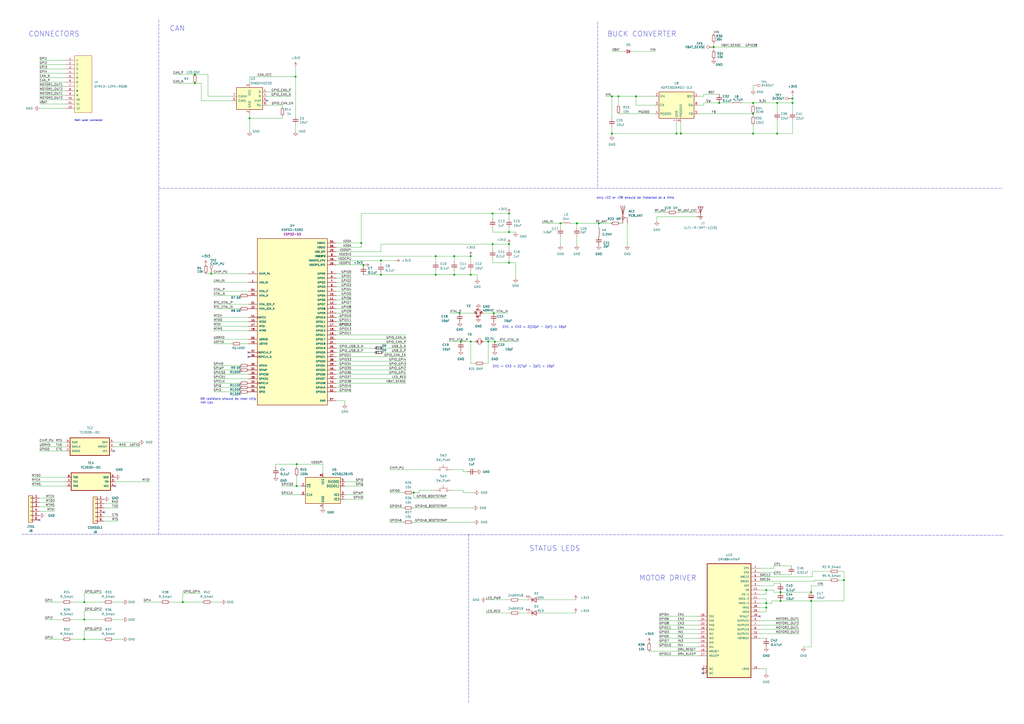
<source format=kicad_sch>
(kicad_sch (version 20211123) (generator eeschema)
  (paper "A2")
  (junction (at 436.88 59.69))
  (junction (at 452.755 343.535))
  (junction (at 470.535 348.615))
  (junction (at 171.45 44.45))
  (junction (at 267.335 198.12))
  (junction (at 144.78 68.58))
  (junction (at 354.965 77.47))
  (junction (at 459.74 57.15))
  (junction (at 444.5 349.885))
  (junction (at 444.5 342.265))
  (junction (at 122.555 158.75))
  (junction (at 113.03 48.26))
  (junction (at 444.5 352.425))
  (junction (at 286.385 181.61))
  (junction (at 252.73 148.59))
  (junction (at 450.85 59.69))
  (junction (at 285.75 123.825))
  (junction (at 273.05 159.385))
  (junction (at 436.88 77.47))
  (junction (at 263.525 148.59))
  (junction (at 459.74 59.69))
  (junction (at 252.73 159.385))
  (junction (at 263.525 159.385))
  (junction (at 354.965 55.88))
  (junction (at 368.935 55.88))
  (junction (at 489.585 336.55))
  (junction (at 287.02 198.12))
  (junction (at 452.755 348.615))
  (junction (at 334.645 129.54))
  (junction (at 295.275 134.62))
  (junction (at 295.275 152.4))
  (junction (at 266.7 181.61))
  (junction (at 220.98 151.13))
  (junction (at 358.775 55.88))
  (junction (at 172.085 269.24))
  (junction (at 347.345 129.54))
  (junction (at 394.97 77.47))
  (junction (at 285.75 141.605))
  (junction (at 209.55 140.97))
  (junction (at 210.82 153.67))
  (junction (at 273.05 148.59))
  (junction (at 48.895 349.25))
  (junction (at 48.895 359.41))
  (junction (at 436.88 66.04))
  (junction (at 48.895 370.84))
  (junction (at 220.98 159.385))
  (junction (at 106.045 349.25))
  (junction (at 113.03 43.18))
  (junction (at 295.275 141.605))
  (junction (at 283.21 198.12))
  (junction (at 172.085 281.94))
  (junction (at 392.43 77.47))
  (junction (at 470.535 343.535))
  (junction (at 417.195 59.69))
  (junction (at 325.12 129.54))
  (junction (at 273.05 198.12))
  (junction (at 295.275 123.825))
  (junction (at 240.03 285.75))
  (junction (at 450.85 77.47))
  (junction (at 414.02 27.305))
  (no_connect (at 144.145 207.01))
  (no_connect (at 60.325 297.18))
  (no_connect (at 22.86 301.625))
  (no_connect (at 154.94 58.42))
  (no_connect (at 66.04 261.62))
  (no_connect (at 407.67 390.525))
  (no_connect (at 440.69 357.505))
  (no_connect (at 66.675 281.94))
  (no_connect (at 144.145 204.47))
  (no_connect (at 407.67 387.985))
  (wire (pts (xy 48.895 354.33) (xy 48.895 359.41)))
  (wire (pts (xy 414.02 27.305) (xy 439.42 27.305)))
  (wire (pts (xy 22.86 60.325) (xy 38.1 60.325)))
  (wire (pts (xy 436.88 77.47) (xy 436.88 72.39)))
  (wire (pts (xy 22.86 261.62) (xy 38.1 261.62)))
  (wire (pts (xy 325.12 129.54) (xy 325.12 132.08)))
  (polyline (pts (xy 92.075 109.22) (xy 581.66 109.22)))
  (wire (pts (xy 172.085 269.24) (xy 187.325 269.24)))
  (wire (pts (xy 194.945 227.33) (xy 203.835 227.33)))
  (wire (pts (xy 194.945 153.67) (xy 210.82 153.67)))
  (wire (pts (xy 194.945 146.05) (xy 220.98 146.05)))
  (wire (pts (xy 440.69 332.105) (xy 448.945 332.105)))
  (wire (pts (xy 382.27 380.365) (xy 405.13 380.365)))
  (wire (pts (xy 113.03 43.18) (xy 120.65 43.18)))
  (wire (pts (xy 113.03 48.26) (xy 100.33 48.26)))
  (wire (pts (xy 459.74 59.69) (xy 459.74 64.77)))
  (wire (pts (xy 240.03 285.75) (xy 243.205 285.75)))
  (wire (pts (xy 18.415 279.4) (xy 38.735 279.4)))
  (wire (pts (xy 123.825 176.53) (xy 144.145 176.53)))
  (wire (pts (xy 382.27 372.745) (xy 405.13 372.745)))
  (wire (pts (xy 368.935 60.96) (xy 368.935 55.88)))
  (wire (pts (xy 268.605 284.48) (xy 268.605 285.75)))
  (wire (pts (xy 139.7 199.39) (xy 144.145 199.39)))
  (wire (pts (xy 440.69 387.985) (xy 444.5 387.985)))
  (wire (pts (xy 86.995 279.4) (xy 66.675 279.4)))
  (wire (pts (xy 144.78 44.45) (xy 144.78 48.26)))
  (wire (pts (xy 220.98 151.13) (xy 220.98 153.035)))
  (polyline (pts (xy 271.78 309.88) (xy 271.78 407.67)))
  (wire (pts (xy 381 125.73) (xy 403.86 125.73)))
  (wire (pts (xy 220.98 158.115) (xy 220.98 159.385)))
  (wire (pts (xy 436.88 77.47) (xy 450.85 77.47)))
  (wire (pts (xy 200.025 279.4) (xy 210.82 279.4)))
  (wire (pts (xy 123.825 163.83) (xy 144.145 163.83)))
  (wire (pts (xy 300.99 347.98) (xy 306.07 347.98)))
  (wire (pts (xy 209.55 123.825) (xy 285.75 123.825)))
  (wire (pts (xy 408.305 55.88) (xy 408.305 54.61)))
  (polyline (pts (xy 12.7 309.88) (xy 582.295 310.515)))
  (wire (pts (xy 22.86 294.005) (xy 31.75 294.005)))
  (wire (pts (xy 200.025 234.315) (xy 200.025 232.41)))
  (wire (pts (xy 394.97 77.47) (xy 436.88 77.47)))
  (wire (pts (xy 358.775 55.88) (xy 358.775 60.96)))
  (wire (pts (xy 392.43 71.12) (xy 392.43 77.47)))
  (wire (pts (xy 240.03 288.925) (xy 240.03 285.75)))
  (wire (pts (xy 60.325 294.64) (xy 68.58 294.64)))
  (wire (pts (xy 38.1 55.245) (xy 22.86 55.245)))
  (polyline (pts (xy 346.71 12.7) (xy 346.71 109.22)))
  (wire (pts (xy 123.825 186.69) (xy 144.145 186.69)))
  (wire (pts (xy 65.405 370.84) (xy 71.12 370.84)))
  (wire (pts (xy 60.325 299.72) (xy 68.58 299.72)))
  (wire (pts (xy 351.155 55.88) (xy 354.965 55.88)))
  (wire (pts (xy 123.825 179.07) (xy 139.065 179.07)))
  (wire (pts (xy 285.75 141.605) (xy 285.75 144.78)))
  (wire (pts (xy 160.02 269.24) (xy 172.085 269.24)))
  (wire (pts (xy 160.02 271.145) (xy 160.02 269.24)))
  (wire (pts (xy 314.325 129.54) (xy 325.12 129.54)))
  (wire (pts (xy 210.82 153.67) (xy 211.455 153.67)))
  (wire (pts (xy 210.82 153.67) (xy 210.82 154.305)))
  (wire (pts (xy 295.275 152.4) (xy 285.75 152.4)))
  (wire (pts (xy 440.69 337.185) (xy 472.44 337.185)))
  (wire (pts (xy 448.945 342.265) (xy 448.945 343.535)))
  (wire (pts (xy 313.69 347.98) (xy 334.01 347.98)))
  (wire (pts (xy 334.645 137.16) (xy 334.645 142.24)))
  (wire (pts (xy 38.1 40.005) (xy 22.86 40.005)))
  (wire (pts (xy 300.99 355.6) (xy 306.07 355.6)))
  (wire (pts (xy 38.1 52.705) (xy 22.86 52.705)))
  (wire (pts (xy 273.05 159.385) (xy 273.05 156.845)))
  (wire (pts (xy 295.275 134.62) (xy 295.275 132.08)))
  (wire (pts (xy 22.86 62.865) (xy 38.1 62.865)))
  (wire (pts (xy 194.945 158.75) (xy 203.835 158.75)))
  (wire (pts (xy 194.945 217.17) (xy 235.585 217.17)))
  (wire (pts (xy 123.825 168.91) (xy 144.145 168.91)))
  (wire (pts (xy 38.1 37.465) (xy 22.86 37.465)))
  (wire (pts (xy 59.055 354.33) (xy 48.895 354.33)))
  (wire (pts (xy 194.945 161.29) (xy 203.835 161.29)))
  (wire (pts (xy 194.945 143.51) (xy 209.55 143.51)))
  (wire (pts (xy 459.74 55.245) (xy 459.74 57.15)))
  (wire (pts (xy 220.98 141.605) (xy 285.75 141.605)))
  (wire (pts (xy 489.585 331.47) (xy 486.41 331.47)))
  (wire (pts (xy 295.275 141.605) (xy 295.275 144.78)))
  (wire (pts (xy 226.06 285.75) (xy 234.315 285.75)))
  (wire (pts (xy 65.405 359.41) (xy 71.12 359.41)))
  (wire (pts (xy 287.02 198.12) (xy 283.21 198.12)))
  (wire (pts (xy 120.65 55.88) (xy 134.62 55.88)))
  (wire (pts (xy 38.1 47.625) (xy 22.86 47.625)))
  (wire (pts (xy 450.85 69.85) (xy 450.85 77.47)))
  (wire (pts (xy 448.945 343.535) (xy 452.755 343.535)))
  (wire (pts (xy 408.305 59.69) (xy 417.195 59.69)))
  (wire (pts (xy 275.59 210.82) (xy 273.05 210.82)))
  (wire (pts (xy 123.825 171.45) (xy 139.065 171.45)))
  (wire (pts (xy 354.965 73.66) (xy 354.965 77.47)))
  (wire (pts (xy 354.965 29.845) (xy 361.95 29.845)))
  (wire (pts (xy 448.945 328.295) (xy 459.105 328.295)))
  (wire (pts (xy 106.045 349.25) (xy 117.475 349.25)))
  (wire (pts (xy 440.69 344.805) (xy 444.5 344.805)))
  (wire (pts (xy 382.27 357.505) (xy 405.13 357.505)))
  (wire (pts (xy 116.205 344.17) (xy 106.045 344.17)))
  (wire (pts (xy 334.01 355.6) (xy 313.69 355.6)))
  (wire (pts (xy 440.69 349.885) (xy 444.5 349.885)))
  (wire (pts (xy 382.27 360.045) (xy 405.13 360.045)))
  (wire (pts (xy 280.67 210.82) (xy 283.21 210.82)))
  (wire (pts (xy 123.825 196.85) (xy 144.145 196.85)))
  (wire (pts (xy 286.385 181.61) (xy 280.035 181.61)))
  (wire (pts (xy 489.585 348.615) (xy 489.585 336.55)))
  (wire (pts (xy 368.935 60.96) (xy 379.73 60.96)))
  (wire (pts (xy 440.69 334.645) (xy 471.17 334.645)))
  (wire (pts (xy 168.91 55.88) (xy 154.94 55.88)))
  (wire (pts (xy 358.775 55.88) (xy 368.935 55.88)))
  (wire (pts (xy 452.755 348.615) (xy 470.535 348.615)))
  (wire (pts (xy 382.27 370.205) (xy 405.13 370.205)))
  (wire (pts (xy 38.1 45.085) (xy 22.86 45.085)))
  (wire (pts (xy 123.825 222.25) (xy 139.065 222.25)))
  (wire (pts (xy 436.88 66.04) (xy 436.88 67.31)))
  (wire (pts (xy 83.185 349.25) (xy 93.345 349.25)))
  (wire (pts (xy 194.945 212.09) (xy 235.585 212.09)))
  (wire (pts (xy 194.945 186.69) (xy 203.835 186.69)))
  (wire (pts (xy 60.325 302.26) (xy 68.58 302.26)))
  (wire (pts (xy 194.945 219.71) (xy 235.585 219.71)))
  (wire (pts (xy 163.83 62.23) (xy 163.83 60.96)))
  (wire (pts (xy 447.675 348.615) (xy 447.675 349.885)))
  (wire (pts (xy 172.085 269.24) (xy 172.085 271.145)))
  (wire (pts (xy 59.055 365.76) (xy 48.895 365.76)))
  (wire (pts (xy 171.45 38.735) (xy 171.45 44.45)))
  (wire (pts (xy 276.86 161.925) (xy 276.86 159.385)))
  (wire (pts (xy 26.035 349.25) (xy 36.195 349.25)))
  (wire (pts (xy 222.25 204.47) (xy 235.585 204.47)))
  (wire (pts (xy 194.945 214.63) (xy 235.585 214.63)))
  (wire (pts (xy 48.895 359.41) (xy 60.325 359.41)))
  (wire (pts (xy 285.75 141.605) (xy 295.275 141.605)))
  (wire (pts (xy 120.65 43.18) (xy 120.65 55.88)))
  (wire (pts (xy 381 128.27) (xy 381 125.73)))
  (wire (pts (xy 194.945 166.37) (xy 203.835 166.37)))
  (wire (pts (xy 210.82 159.385) (xy 220.98 159.385)))
  (wire (pts (xy 144.78 68.58) (xy 163.83 68.58)))
  (wire (pts (xy 123.825 224.79) (xy 139.065 224.79)))
  (wire (pts (xy 163.195 281.94) (xy 172.085 281.94)))
  (wire (pts (xy 429.895 59.69) (xy 436.88 59.69)))
  (wire (pts (xy 447.675 348.615) (xy 452.755 348.615)))
  (wire (pts (xy 263.525 148.59) (xy 263.525 151.765)))
  (wire (pts (xy 440.69 367.665) (xy 463.55 367.665)))
  (wire (pts (xy 168.91 53.34) (xy 154.94 53.34)))
  (wire (pts (xy 283.21 198.12) (xy 280.67 198.12)))
  (wire (pts (xy 444.5 354.965) (xy 444.5 352.425)))
  (wire (pts (xy 382.27 367.665) (xy 405.13 367.665)))
  (wire (pts (xy 471.17 331.47) (xy 481.33 331.47)))
  (wire (pts (xy 98.425 349.25) (xy 106.045 349.25)))
  (wire (pts (xy 382.27 375.285) (xy 405.13 375.285)))
  (wire (pts (xy 440.69 352.425) (xy 444.5 352.425)))
  (wire (pts (xy 260.985 181.61) (xy 266.7 181.61)))
  (wire (pts (xy 22.86 288.925) (xy 31.75 288.925)))
  (wire (pts (xy 163.83 60.96) (xy 154.94 60.96)))
  (wire (pts (xy 22.86 296.545) (xy 31.75 296.545)))
  (wire (pts (xy 354.965 78.74) (xy 354.965 77.47)))
  (wire (pts (xy 41.275 349.25) (xy 48.895 349.25)))
  (wire (pts (xy 334.645 132.08) (xy 334.645 129.54)))
  (wire (pts (xy 194.945 140.97) (xy 209.55 140.97)))
  (wire (pts (xy 273.05 210.82) (xy 273.05 198.12)))
  (wire (pts (xy 194.945 207.01) (xy 235.585 207.01)))
  (wire (pts (xy 448.945 338.455) (xy 452.755 338.455)))
  (wire (pts (xy 440.69 365.125) (xy 463.55 365.125)))
  (wire (pts (xy 18.415 281.94) (xy 38.735 281.94)))
  (wire (pts (xy 194.945 191.77) (xy 203.835 191.77)))
  (wire (pts (xy 194.945 173.99) (xy 203.835 173.99)))
  (polyline (pts (xy 92.075 11.43) (xy 92.075 309.88)))
  (wire (pts (xy 194.945 194.31) (xy 235.585 194.31)))
  (wire (pts (xy 220.98 141.605) (xy 220.98 146.05)))
  (wire (pts (xy 285.75 123.825) (xy 295.275 123.825)))
  (wire (pts (xy 187.325 269.24) (xy 187.325 274.32)))
  (wire (pts (xy 379.73 123.19) (xy 387.35 123.19)))
  (wire (pts (xy 394.97 71.12) (xy 394.97 77.47)))
  (wire (pts (xy 450.85 59.69) (xy 459.74 59.69)))
  (wire (pts (xy 48.895 370.84) (xy 60.325 370.84)))
  (wire (pts (xy 268.605 273.685) (xy 268.605 272.415)))
  (wire (pts (xy 448.945 332.105) (xy 448.945 333.375)))
  (wire (pts (xy 260.35 198.12) (xy 267.335 198.12)))
  (wire (pts (xy 194.945 179.07) (xy 203.835 179.07)))
  (wire (pts (xy 262.255 272.415) (xy 268.605 272.415)))
  (wire (pts (xy 123.825 184.15) (xy 144.145 184.15)))
  (wire (pts (xy 359.41 129.54) (xy 361.315 129.54)))
  (wire (pts (xy 163.195 287.02) (xy 174.625 287.02)))
  (wire (pts (xy 200.025 287.02) (xy 210.82 287.02)))
  (wire (pts (xy 22.86 256.54) (xy 38.1 256.54)))
  (wire (pts (xy 459.74 57.15) (xy 459.74 59.69)))
  (wire (pts (xy 405.13 60.96) (xy 408.305 60.96)))
  (wire (pts (xy 448.945 333.375) (xy 459.105 333.375)))
  (wire (pts (xy 299.085 134.62) (xy 295.275 134.62)))
  (wire (pts (xy 194.945 148.59) (xy 252.73 148.59)))
  (wire (pts (xy 194.945 201.93) (xy 217.17 201.93)))
  (wire (pts (xy 209.55 123.825) (xy 209.55 140.97)))
  (wire (pts (xy 444.5 390.525) (xy 444.5 387.985)))
  (wire (pts (xy 41.275 370.84) (xy 48.895 370.84)))
  (wire (pts (xy 452.755 343.535) (xy 470.535 343.535)))
  (wire (pts (xy 119.38 158.75) (xy 122.555 158.75)))
  (wire (pts (xy 239.395 302.895) (xy 274.955 302.895)))
  (wire (pts (xy 354.965 55.88) (xy 358.775 55.88)))
  (wire (pts (xy 220.98 151.13) (xy 229.235 151.13)))
  (wire (pts (xy 367.03 29.845) (xy 380.365 29.845)))
  (wire (pts (xy 194.945 204.47) (xy 217.17 204.47)))
  (wire (pts (xy 295.275 123.825) (xy 295.275 127)))
  (wire (pts (xy 194.945 189.23) (xy 203.835 189.23)))
  (wire (pts (xy 171.45 44.45) (xy 144.78 44.45)))
  (wire (pts (xy 414.02 29.21) (xy 414.02 27.305)))
  (wire (pts (xy 240.03 288.925) (xy 259.08 288.925)))
  (wire (pts (xy 347.345 129.54) (xy 334.645 129.54)))
  (wire (pts (xy 459.74 69.85) (xy 459.74 77.47)))
  (wire (pts (xy 41.275 359.41) (xy 48.895 359.41)))
  (wire (pts (xy 48.895 344.17) (xy 48.895 349.25)))
  (wire (pts (xy 66.04 259.08) (xy 81.28 259.08)))
  (wire (pts (xy 26.035 359.41) (xy 36.195 359.41)))
  (wire (pts (xy 144.78 68.58) (xy 144.78 76.2)))
  (wire (pts (xy 486.41 336.55) (xy 489.585 336.55)))
  (wire (pts (xy 295.275 134.62) (xy 285.75 134.62)))
  (wire (pts (xy 440.69 362.585) (xy 463.55 362.585)))
  (wire (pts (xy 405.13 66.04) (xy 436.88 66.04)))
  (wire (pts (xy 106.045 344.17) (xy 106.045 349.25)))
  (wire (pts (xy 440.69 329.565) (xy 448.945 329.565)))
  (wire (pts (xy 22.86 57.785) (xy 38.1 57.785)))
  (wire (pts (xy 295.275 152.4) (xy 295.275 149.86)))
  (wire (pts (xy 444.5 349.885) (xy 444.5 352.425)))
  (wire (pts (xy 470.535 339.725) (xy 470.535 343.535)))
  (wire (pts (xy 325.12 137.16) (xy 325.12 142.24)))
  (wire (pts (xy 285.75 132.08) (xy 285.75 134.62)))
  (wire (pts (xy 472.44 337.185) (xy 472.44 336.55)))
  (wire (pts (xy 194.945 168.91) (xy 203.835 168.91)))
  (wire (pts (xy 239.395 294.64) (xy 274.32 294.64)))
  (wire (pts (xy 273.05 159.385) (xy 263.525 159.385)))
  (wire (pts (xy 444.5 344.805) (xy 444.5 342.265)))
  (wire (pts (xy 59.055 344.17) (xy 48.895 344.17)))
  (wire (pts (xy 299.085 152.4) (xy 295.275 152.4)))
  (wire (pts (xy 368.935 55.88) (xy 379.73 55.88)))
  (wire (pts (xy 252.73 148.59) (xy 263.525 148.59)))
  (wire (pts (xy 444.5 342.265) (xy 448.945 342.265)))
  (wire (pts (xy 448.945 329.565) (xy 448.945 328.295)))
  (wire (pts (xy 144.78 66.04) (xy 144.78 68.58)))
  (wire (pts (xy 123.825 214.63) (xy 139.065 214.63)))
  (wire (pts (xy 116.84 58.42) (xy 134.62 58.42)))
  (wire (pts (xy 123.825 199.39) (xy 134.62 199.39)))
  (wire (pts (xy 471.17 334.645) (xy 471.17 331.47)))
  (wire (pts (xy 263.525 148.59) (xy 273.05 148.59)))
  (wire (pts (xy 100.33 43.18) (xy 113.03 43.18)))
  (wire (pts (xy 200.025 232.41) (xy 194.945 232.41)))
  (wire (pts (xy 123.825 189.23) (xy 144.145 189.23)))
  (wire (pts (xy 417.195 59.69) (xy 424.815 59.69)))
  (wire (pts (xy 354.965 55.88) (xy 354.965 68.58)))
  (wire (pts (xy 283.21 210.82) (xy 283.21 198.12)))
  (wire (pts (xy 470.535 375.285) (xy 466.09 375.285)))
  (wire (pts (xy 163.83 68.58) (xy 163.83 67.31)))
  (wire (pts (xy 172.085 276.225) (xy 172.085 281.94)))
  (wire (pts (xy 436.88 59.69) (xy 450.85 59.69)))
  (wire (pts (xy 405.13 55.88) (xy 408.305 55.88)))
  (wire (pts (xy 60.325 292.1) (xy 68.58 292.1)))
  (wire (pts (xy 354.965 77.47) (xy 392.43 77.47)))
  (wire (pts (xy 285.75 123.825) (xy 285.75 127)))
  (wire (pts (xy 171.45 72.39) (xy 171.45 76.2)))
  (wire (pts (xy 123.825 217.17) (xy 144.145 217.17)))
  (wire (pts (xy 116.84 48.26) (xy 113.03 48.26)))
  (wire (pts (xy 440.69 360.045) (xy 463.55 360.045)))
  (wire (pts (xy 194.945 184.15) (xy 203.835 184.15)))
  (wire (pts (xy 392.43 77.47) (xy 394.97 77.47)))
  (wire (pts (xy 122.555 158.75) (xy 144.145 158.75)))
  (wire (pts (xy 489.585 336.55) (xy 489.585 331.47)))
  (wire (pts (xy 252.73 148.59) (xy 252.73 151.765)))
  (wire (pts (xy 273.05 198.12) (xy 275.59 198.12)))
  (wire (pts (xy 123.825 212.09) (xy 139.065 212.09)))
  (wire (pts (xy 222.25 201.93) (xy 235.585 201.93)))
  (wire (pts (xy 22.86 259.08) (xy 38.1 259.08)))
  (wire (pts (xy 172.085 281.94) (xy 174.625 281.94)))
  (wire (pts (xy 226.06 302.895) (xy 234.315 302.895)))
  (wire (pts (xy 194.945 199.39) (xy 235.585 199.39)))
  (wire (pts (xy 122.555 158.115) (xy 122.555 158.75)))
  (wire (pts (xy 194.945 151.13) (xy 220.98 151.13)))
  (wire (pts (xy 408.305 54.61) (xy 417.195 54.61)))
  (wire (pts (xy 38.1 34.925) (xy 22.86 34.925)))
  (wire (pts (xy 209.55 143.51) (xy 209.55 140.97)))
  (wire (pts (xy 382.27 362.585) (xy 405.13 362.585)))
  (wire (pts (xy 285.75 149.86) (xy 285.75 152.4)))
  (wire (pts (xy 376.555 377.825) (xy 405.13 377.825)))
  (wire (pts (xy 123.825 227.33) (xy 139.065 227.33)))
  (wire (pts (xy 440.69 339.725) (xy 448.945 339.725)))
  (wire (pts (xy 194.945 163.83) (xy 203.835 163.83)))
  (wire (pts (xy 66.04 256.54) (xy 80.645 256.54)))
  (wire (pts (xy 263.525 156.845) (xy 263.525 159.385)))
  (wire (pts (xy 239.395 285.75) (xy 240.03 285.75)))
  (wire (pts (xy 200.025 281.94) (xy 210.82 281.94)))
  (wire (pts (xy 48.895 349.25) (xy 60.325 349.25)))
  (wire (pts (xy 448.945 339.725) (xy 448.945 338.455)))
  (wire (pts (xy 123.825 219.71) (xy 144.145 219.71)))
  (wire (pts (xy 122.555 349.25) (xy 128.27 349.25)))
  (wire (pts (xy 171.45 67.31) (xy 171.45 44.45)))
  (wire (pts (xy 243.205 284.48) (xy 252.095 284.48)))
  (wire (pts (xy 194.945 209.55) (xy 235.585 209.55)))
  (wire (pts (xy 334.645 129.54) (xy 330.835 129.54)))
  (wire (pts (xy 325.12 129.54) (xy 325.755 129.54)))
  (wire (pts (xy 470.535 348.615) (xy 489.585 348.615)))
  (wire (pts (xy 444.5 347.345) (xy 444.5 349.885)))
  (wire (pts (xy 48.895 365.76) (xy 48.895 370.84)))
  (wire (pts (xy 123.825 191.77) (xy 144.145 191.77)))
  (wire (pts (xy 226.06 272.415) (xy 252.095 272.415)))
  (wire (pts (xy 267.335 198.12) (xy 273.05 198.12)))
  (wire (pts (xy 194.945 224.79) (xy 203.835 224.79)))
  (wire (pts (xy 38.1 50.165) (xy 22.86 50.165)))
  (wire (pts (xy 286.385 181.61) (xy 294.64 181.61)))
  (wire (pts (xy 299.085 161.29) (xy 299.085 152.4)))
  (wire (pts (xy 347.345 129.54) (xy 354.33 129.54)))
  (wire (pts (xy 268.605 285.75) (xy 274.955 285.75)))
  (wire (pts (xy 262.255 284.48) (xy 268.605 284.48)))
  (wire (pts (xy 281.94 355.6) (xy 295.91 355.6)))
  (wire (pts (xy 440.69 342.265) (xy 444.5 342.265)))
  (wire (pts (xy 358.775 66.04) (xy 379.73 66.04)))
  (wire (pts (xy 220.98 159.385) (xy 252.73 159.385)))
  (wire (pts (xy 243.205 285.75) (xy 243.205 284.48)))
  (wire (pts (xy 403.86 123.19) (xy 392.43 123.19)))
  (wire (pts (xy 470.535 348.615) (xy 470.535 375.285)))
  (wire (pts (xy 440.69 370.205) (xy 444.5 370.205)))
  (wire (pts (xy 252.73 156.845) (xy 252.73 159.385)))
  (wire (pts (xy 287.02 198.12) (xy 300.99 198.12)))
  (wire (pts (xy 194.945 171.45) (xy 203.835 171.45)))
  (wire (pts (xy 200.025 289.56) (xy 210.82 289.56)))
  (wire (pts (xy 271.145 273.685) (xy 268.605 273.685)))
  (wire (pts (xy 194.945 181.61) (xy 203.835 181.61)))
  (wire (pts (xy 450.85 59.69) (xy 450.85 64.77)))
  (wire (pts (xy 116.84 58.42) (xy 116.84 48.26)))
  (wire (pts (xy 194.945 196.85) (xy 235.585 196.85)))
  (wire (pts (xy 363.855 129.54) (xy 363.855 142.24)))
  (wire (pts (xy 65.405 349.25) (xy 71.12 349.25)))
  (wire (pts (xy 263.525 159.385) (xy 252.73 159.385)))
  (wire (pts (xy 273.05 148.59) (xy 273.05 151.765)))
  (wire (pts (xy 22.86 291.465) (xy 31.75 291.465)))
  (wire (pts (xy 18.415 276.86) (xy 38.735 276.86)))
  (wire (pts (xy 226.06 294.64) (xy 234.315 294.64)))
  (wire (pts (xy 26.035 370.84) (xy 36.195 370.84)))
  (wire (pts (xy 194.945 222.25) (xy 235.585 222.25)))
  (wire (pts (xy 276.86 159.385) (xy 273.05 159.385)))
  (wire (pts (xy 266.7 181.61) (xy 274.955 181.61)))
  (wire (pts (xy 414.02 27.305) (xy 414.02 24.765)))
  (wire (pts (xy 408.305 60.96) (xy 408.305 59.69)))
  (wire (pts (xy 436.88 49.53) (xy 436.88 52.07)))
  (wire (pts (xy 459.74 77.47) (xy 450.85 77.47)))
  (wire (pts (xy 194.945 176.53) (xy 203.835 176.53)))
  (wire (pts (xy 440.69 347.345) (xy 444.5 347.345)))
  (wire (pts (xy 281.94 347.98) (xy 295.91 347.98)))
  (wire (pts (xy 440.69 354.965) (xy 444.5 354.965)))
  (wire (pts (xy 436.88 59.69) (xy 436.88 60.96)))
  (wire (pts (xy 38.1 42.545) (xy 22.86 42.545)))
  (wire (pts (xy 444.5 349.885) (xy 447.675 349.885)))
  (wire (pts (xy 477.52 339.725) (xy 470.535 339.725)))
  (wire (pts (xy 382.27 365.125) (xy 405.13 365.125)))
  (wire (pts (xy 347.345 132.08) (xy 347.345 129.54)))
  (wire (pts (xy 472.44 336.55) (xy 481.33 336.55)))
  (text "CX1 = CX2 = 2(7pF - 2pF) = 10pF" (at 285.75 213.36 0) (effects (font (size 1.27 1.27)) (justify left bottom)))
  (text "CAN" (at 107.315 18.415 180) (effects (font (size 3 3)) (justify right bottom)))
  (text "only r22 or r28 should be installed at a time" (at 346.075 115.57 0) (effects (font (size 1.27 1.27)) (justify left bottom)))
  (text "Main outer connector" (at 43.18 70.485 0) (effects (font (size 1 1)) (justify left bottom)))
  (text "0R resistors should be near chip\nnot cpu" (at 116.205 234.315 0) (effects (font (size 1.27 1.27)) (justify left bottom)))
  (text "CONNECTORS" (at 16.51 21.59 0) (effects (font (size 3 3)) (justify left bottom)))
  (text "STATUS LEDS" (at 336.55 320.04 180) (effects (font (size 3 3)) (justify right bottom)))
  (text "BUCK CONVERTER" (at 392.43 21.59 180) (effects (font (size 3 3)) (justify right bottom)))
  (text "MOTOR DRIVER" (at 370.84 337.185 0) (effects (font (size 3 3)) (justify left bottom)))
  (text "CX1 = CX2 = 2(10pF - 2pF) = 16pF" (at 291.465 190.5 0) (effects (font (size 1.27 1.27)) (justify left bottom)))
  (label "GPIO12" (at 203.835 189.23 180))
  (label "GPIO35" (at 203.835 214.63 180))
  (label "GPIO_GPI2" (at 59.055 354.33 180))
  (label "GPI3" (at 22.86 40.005 0))
  (label "CHIP_PU" (at 22.86 256.54 0))
  (label "GPIO10" (at 203.835 184.15 180))
  (label "GPIO_USB_D_P" (at 196.85 204.47 0))
  (label "GPIO12" (at 382.27 380.365 0))
  (label "U0RXD" (at 123.825 196.85 0))
  (label "GPIO34" (at 203.835 212.09 180))
  (label "RTC_XTAL_N" (at 123.825 179.07 0))
  (label "GPIO7" (at 382.27 372.745 0))
  (label "MTCK" (at 31.75 288.925 180))
  (label "MOTOR2_OUT2" (at 22.86 57.785 0))
  (label "DRV_SLEEP" (at 393.065 380.365 0))
  (label "CP1" (at 448.945 328.295 0))
  (label "GPIO11" (at 203.835 186.69 180))
  (label "CHIP_PU" (at 226.06 272.415 0))
  (label "GPIO37" (at 203.835 219.71 180))
  (label "GPIO_CAN_P" (at 168.91 53.34 180))
  (label "GPIO33" (at 203.835 209.55 180))
  (label "VIN" (at 380.365 29.845 180))
  (label "TXD" (at 68.58 294.64 180))
  (label "SPICS0" (at 123.825 217.17 0))
  (label "MOTOR2_OUT1" (at 463.55 365.125 180))
  (label "LED_RED" (at 281.94 355.6 0))
  (label "MTCK" (at 123.825 184.15 0))
  (label "TXD" (at 32.385 259.08 0))
  (label "GPIO_GPI3" (at 235.585 212.09 180))
  (label "GPIO3" (at 203.835 166.37 180))
  (label "GPIO6" (at 382.27 360.045 0))
  (label "MTDO" (at 31.75 291.465 180))
  (label "GPIO_CAN_P" (at 235.585 199.39 180))
  (label "GPIO38" (at 439.42 27.305 180))
  (label "GPIO38" (at 203.835 222.25 180))
  (label "BST" (at 410.845 54.61 0))
  (label "GPIO5" (at 382.27 370.205 0))
  (label "RTS" (at 68.58 302.26 180))
  (label "SPIQ" (at 210.82 281.94 180))
  (label "SPID" (at 123.825 227.33 0))
  (label "SPICS0" (at 163.195 281.94 0))
  (label "VDDA" (at 203.835 143.51 180))
  (label "GPIO_CAN_EN" (at 235.585 207.01 180))
  (label "MTCK" (at 18.415 279.4 0))
  (label "SPID" (at 210.82 279.4 180))
  (label "GPIO0" (at 22.86 261.62 0))
  (label "RTC_XTAL_N" (at 300.99 198.12 180))
  (label "IN3" (at 393.065 372.745 0))
  (label "GPIO45_BOOTSTRAP" (at 240.665 294.64 0))
  (label "3.3V" (at 444.5 59.69 180))
  (label "GPIO_USB_D_N" (at 196.85 201.93 0))
  (label "DRV_RESET" (at 393.065 377.825 0))
  (label "MTDO" (at 123.825 186.69 0))
  (label "CHIP_PU" (at 123.825 158.75 0))
  (label "GPIO_CAN_N" (at 168.91 55.88 180))
  (label "GPIO36" (at 203.835 217.17 180))
  (label "GPIO0_BOOTSTRAP" (at 259.08 288.925 180))
  (label "IN4" (at 393.065 375.285 0))
  (label "LED_PWR" (at 281.94 347.98 0))
  (label "CAN_N" (at 100.33 48.26 0))
  (label "GPIO_CAN_N" (at 235.585 196.85 180))
  (label "XTAL_P" (at 260.985 181.61 0))
  (label "CAN_VCC" (at 149.225 44.45 0))
  (label "MTDI" (at 31.75 296.545 180))
  (label "LNA_IN" (at 123.825 163.83 0))
  (label "EN1" (at 393.065 357.505 0))
  (label "CP2" (at 448.945 333.375 0))
  (label "GPIO_CAN_EN" (at 157.48 60.96 0))
  (label "EN3" (at 393.065 362.585 0))
  (label "GPI2" (at 22.86 37.465 0))
  (label "MOTOR2_OUT2" (at 463.55 367.665 180))
  (label "MOTOR2_OUT1" (at 22.86 55.245 0))
  (label "GPIO45" (at 203.835 224.79 180))
  (label "IN1" (at 393.065 367.665 0))
  (label "MOTOR1_OUT1" (at 22.86 50.165 0))
  (label "RF_ANT_EXT" (at 393.065 123.19 0))
  (label "VDD3V3" (at 203.835 148.59 180))
  (label "SW" (at 409.575 59.69 0))
  (label "GPIO_GPI4" (at 235.585 209.55 180))
  (label "U0TXD" (at 81.28 259.08 180))
  (label "GPI2" (at 26.035 359.41 0))
  (label "SRC34" (at 440.69 337.185 0))
  (label "GPIO5" (at 203.835 171.45 180))
  (label "MTDO" (at 18.415 276.86 0))
  (label "SPICLK" (at 163.195 287.02 0))
  (label "GPIO46" (at 226.06 302.895 0))
  (label "GPIO21" (at 203.835 207.01 180))
  (label "GPIO8" (at 382.27 362.585 0))
  (label "GPIO4" (at 203.835 168.91 180))
  (label "XTAL_N" (at 123.825 171.45 0))
  (label "RF_ANT" (at 352.425 129.54 180))
  (label "GPIO12" (at 203.835 189.23 180))
  (label "GPIO46_BOOTSTRAP" (at 240.665 302.895 0))
  (label "RTC_XTAL_P" (at 123.825 176.53 0))
  (label "MTMS" (at 18.415 281.94 0))
  (label "VBAT_SENSE" (at 429.895 27.305 180))
  (label "GPIO7" (at 203.835 176.53 180))
  (label "GPIO_GPI1" (at 235.585 217.17 180))
  (label "GPIO13" (at 203.835 191.77 180))
  (label "GPIO46" (at 203.835 227.33 180))
  (label "GPIO2" (at 203.835 163.83 180))
  (label "GPIO3" (at 382.27 367.665 0))
  (label "GPIO_GPI1" (at 59.055 344.17 180))
  (label "RXD" (at 73.025 259.08 180))
  (label "USB_D_P" (at 235.585 204.47 180))
  (label "GPIO10" (at 382.27 375.285 0))
  (label "GPIO9" (at 203.835 181.61 180))
  (label "RTS" (at 32.385 256.54 0))
  (label "VBAT" (at 22.86 60.325 0))
  (label "VDDRTC" (at 203.835 153.67 180))
  (label "IN2" (at 393.065 370.205 0))
  (label "SPIHD" (at 210.82 289.56 180))
  (label "SPIHD" (at 123.825 212.09 0))
  (label "MTDI" (at 123.825 189.23 0))
  (label "CTS" (at 68.58 299.72 180))
  (label "SRC12" (at 440.69 334.645 0))
  (label "GPIO14" (at 203.835 194.31 180))
  (label "EN4" (at 393.065 365.125 0))
  (label "XTAL_P" (at 123.825 168.91 0))
  (label "VBAT_SENSE" (at 235.585 222.25 180))
  (label "GPIO8" (at 203.835 179.07 180))
  (label "GPIO_GPI2" (at 235.585 214.63 180))
  (label "SPICLK" (at 123.825 222.25 0))
  (label "XTAL_N" (at 294.64 181.61 180))
  (label "U0RXD" (at 22.86 259.08 0))
  (label "VBAT" (at 354.965 29.845 0))
  (label "CTS" (at 32.385 261.62 0))
  (label "SPIWP" (at 123.825 214.63 0))
  (label "SPICS1" (at 123.825 219.71 0))
  (label "CAN_P" (at 100.33 43.18 0))
  (label "USB_D_N" (at 235.585 201.93 180))
  (label "MOTOR1_OUT1" (at 463.55 360.045 180))
  (label "SPIQ" (at 123.825 224.79 0))
  (label "GPI4" (at 83.185 349.25 0))
  (label "CAN_N" (at 22.86 45.085 0))
  (label "PGOOD" (at 370.205 66.04 0))
  (label "MTDI" (at 86.995 279.4 180))
  (label "CAN_P" (at 22.86 47.625 0))
  (label "GPIO4" (at 382.27 357.505 0))
  (label "VDDCPU" (at 203.835 151.13 180))
  (label "RF_ANT" (at 379.73 123.19 0))
  (label "VIN" (at 414.02 19.685 0))
  (label "GPIO0" (at 226.06 285.75 0))
  (label "VDDA" (at 203.835 140.97 180))
  (label "GPIO1" (at 203.835 161.29 180))
  (label "GPI4" (at 22.86 42.545 0))
  (label "VDDSPI" (at 203.835 146.05 180))
  (label "VDDSPI" (at 187.325 269.24 180))
  (label "FB" (at 412.75 66.04 0))
  (label "LNA_IN" (at 314.325 129.54 0))
  (label "GPIO11" (at 382.27 365.125 0))
  (label "RTC_XTAL_P" (at 260.35 198.12 0))
  (label "GPI1" (at 22.86 34.925 0))
  (label "MTMS" (at 31.75 294.005 180))
  (label "MOTOR1_OUT2" (at 22.86 52.705 0))
  (label "EN2" (at 393.065 360.045 0))
  (label "SPIWP" (at 210.82 287.02 180))
  (label "GPIO45" (at 226.06 294.64 0))
  (label "GPIO_GPI4" (at 116.205 344.17 180))
  (label "VIN" (at 351.155 55.88 0))
  (label "U0TXD" (at 123.825 199.39 0))
  (label "VIN" (at 477.52 339.725 180))
  (label "LED_RED" (at 235.585 219.71 180))
  (label "MTMS" (at 123.825 191.77 0))
  (label "GPI3" (at 26.035 370.84 0))
  (label "GPIO_GPI3" (at 59.055 365.76 180))
  (label "GPIO0" (at 203.835 158.75 180))
  (label "RXD" (at 68.58 292.1 180))
  (label "GPI1" (at 26.035 349.25 0))
  (label "MOTOR1_OUT2" (at 463.55 362.585 180))
  (label "GPIO6" (at 203.835 173.99 180))
  (symbol (lib_id "Device:R_Small") (at 356.87 129.54 270) (unit 1)
    (property "Reference" "R22" (at 354.33 127 90))
    (property "Value" "0R" (at 358.775 127 90))
    (property "Footprint" "Resistor_SMD:R_0402_1005Metric" (effects hide))
  )
  (symbol (lib_id "power:+3V3") (at 334.01 347.98 0) (unit 1)
    (property "Reference" "#PWR034" (effects hide))
    (property "Value" "+3V3" (at 336.55 346.7099 0) (effects (justify left)))
  )
  (symbol (lib_id "Device:R_Small") (at 376.555 375.285 0) (mirror y) (unit 1)
    (property "Reference" "R39" (at 374.015 374.015 0) (effects (justify left)))
    (property "Value" "10k" (at 374.015 376.555 0) (effects (justify left)))
    (property "Footprint" "Resistor_SMD:R_0402_1005Metric" (effects hide))
    (property "MPN" "RMCF0402JT10K0" (effects hide))
    (property "Description" "RES 10K OHM 5% 1/16W 0402" (effects hide))
  )
  (symbol (lib_id "power:GND") (at 466.09 375.285 0) (unit 1)
    (property "Reference" "#PWR070" (effects hide))
    (property "Value" "GND" (at 466.09 380.365 0))
  )
  (symbol (lib_id "Device:R_Small") (at 236.855 302.895 90) (unit 1)
    (property "Reference" "R27" (at 236.855 297.18 90))
    (property "Value" "10k" (at 236.855 299.72 90))
    (property "Footprint" "Resistor_SMD:R_0402_1005Metric" (effects hide))
    (property "Description" "RES 10K OHM 5% 1/16W 0402" (effects hide))
    (property "MPN" "RMCF0402JT10K0" (effects hide))
  )
  (symbol (lib_id "power:GND") (at 274.955 285.75 90) (unit 1)
    (property "Reference" "#PWR053" (effects hide))
    (property "Value" "GND" (at 278.765 285.7499 90) (effects (justify right)))
  )
  (symbol (lib_id "power:GND") (at 414.02 34.29 0) (unit 1)
    (property "Reference" "#PWR050" (effects hide))
    (property "Value" "GND" (at 417.195 37.465 0))
  )
  (symbol (lib_id "power:+3V3") (at 119.38 153.67 0) (unit 1)
    (property "Reference" "#PWR010" (effects hide))
    (property "Value" "+3V3" (at 119.38 148.59 0))
  )
  (symbol (lib_id "Device:C_Small") (at 452.755 340.995 0) (unit 1)
    (property "Reference" "C43" (at 455.93 339.7312 0) (effects (justify left)))
    (property "Value" "0.1uF" (at 455.93 342.2712 0) (effects (justify left)))
    (property "Footprint" "Capacitor_SMD:C_0805_2012Metric" (effects hide))
    (property "MPN" "LMK212SD104KG-T" (effects hide))
    (property "Description" "CAP CER 0.1UF 10V 0805" (effects hide))
  )
  (symbol (lib_id "Switch:SW_Push") (at 257.175 284.48 0) (unit 1)
    (property "Reference" "SW3" (at 257.175 276.225 0))
    (property "Value" "SW_Push" (at 257.175 278.765 0))
    (property "Footprint" "ConeCodes:SW_RS-032G05A3-SMRT" (effects hide))
    (property "Description" "Tactile Switches SPST 0.05A 12V 250gf " (effects hide))
    (property "MPN" "RS032G05A3SMRT " (effects hide))
  )
  (symbol (lib_id "Device:R_Small") (at 141.605 224.79 90) (unit 1)
    (property "Reference" "R12" (at 135.255 226.06 90))
    (property "Value" "0R" (at 138.43 226.06 90))
    (property "Footprint" "Resistor_SMD:R_0402_1005Metric" (effects hide))
  )
  (symbol (lib_id "power:GND") (at 299.085 161.29 0) (unit 1)
    (property "Reference" "#PWR030" (effects hide))
    (property "Value" "GND" (at 299.085 165.735 0))
  )
  (symbol (lib_id "power:+3V3") (at 376.555 372.745 0) (mirror y) (unit 1)
    (property "Reference" "#PWR061" (effects hide))
    (property "Value" "+3V3" (at 376.555 367.665 0))
  )
  (symbol (lib_id "Device:C_Small") (at 285.75 129.54 0) (unit 1)
    (property "Reference" "C13" (at 288.925 128.2762 0) (effects (justify left)))
    (property "Value" "1uF" (at 288.925 130.8162 0) (effects (justify left)))
    (property "Footprint" "Capacitor_SMD:C_0402_1005Metric" (effects hide))
    (property "Description" "CAP CER 1UF 4V X7T 0402" (effects hide))
    (property "MPN" "CGA2B1X7T0G105M050BC" (effects hide))
  )
  (symbol (lib_id "Device:R_Small") (at 141.605 212.09 90) (unit 1)
    (property "Reference" "R9" (at 135.255 213.36 90))
    (property "Value" "0R" (at 138.43 213.36 90))
    (property "Footprint" "Resistor_SMD:R_0402_1005Metric" (effects hide))
  )
  (symbol (lib_id "Device:R_Small") (at 141.605 179.07 90) (unit 1)
    (property "Reference" "R8" (at 135.255 180.34 90))
    (property "Value" "0R" (at 138.43 180.34 90))
    (property "Footprint" "Resistor_SMD:R_0402_1005Metric" (effects hide))
  )
  (symbol (lib_id "power:+3V3") (at 295.275 123.825 0) (unit 1)
    (property "Reference" "#PWR0120" (effects hide))
    (property "Value" "+3V3" (at 291.465 121.285 0))
  )
  (symbol (lib_id "Device:C_Small") (at 220.98 155.575 0) (unit 1)
    (property "Reference" "C8" (at 223.52 154.3112 0) (effects (justify left)))
    (property "Value" "0.1uF" (at 223.52 156.8512 0) (effects (justify left)))
    (property "Footprint" "Capacitor_SMD:C_0402_1005Metric" (effects hide))
    (property "Description" "CAP CER 0.1UF 25V X7R" (effects hide))
    (property "MPN" "C0805C104M3RAC7800" (effects hide))
  )
  (symbol (lib_id "Device:R_Small") (at 141.605 214.63 90) (unit 1)
    (property "Reference" "R10" (at 135.255 215.9 90))
    (property "Value" "0R" (at 138.43 215.9 90))
    (property "Footprint" "Resistor_SMD:R_0402_1005Metric" (effects hide))
  )
  (symbol (lib_id "Device:C_Small") (at 287.02 200.66 0) (mirror y) (unit 1)
    (property "Reference" "C23" (at 292.735 200.0312 0) (effects (justify left)))
    (property "Value" "10pF" (at 297.815 202.5712 0) (effects (justify left)))
    (property "Footprint" "Capacitor_SMD:C_0402_1005Metric" (effects hide))
    (property "Description" "CAP CER 10PF 50V NP0 0402" (effects hide))
    (property "MPN" "C1005NP01H100D050BA" (effects hide))
  )
  (symbol (lib_id "Connector:TestPoint") (at 459.74 57.15 90) (unit 1)
    (property "Reference" "TP7" (at 451.485 55.245 90))
    (property "Value" "3V3OUT" (at 451.485 57.15 90))
    (property "Footprint" "TestPoint:TestPoint_Pad_D1.0mm" (effects hide))
  )
  (symbol (lib_id "Device:R_Small") (at 219.71 204.47 90) (unit 1)
    (property "Reference" "R17" (at 219.71 204.47 90))
    (property "Value" "0R" (at 222.885 203.2 90))
    (property "Footprint" "Resistor_SMD:R_0402_1005Metric" (effects hide))
  )
  (symbol (lib_id "power:GND") (at 274.32 294.64 90) (unit 1)
    (property "Reference" "#PWR052" (effects hide))
    (property "Value" "GND" (at 278.13 294.6399 90) (effects (justify right)))
  )
  (symbol (lib_id "Device:R_Small") (at 236.855 285.75 90) (unit 1)
    (property "Reference" "R25" (at 236.855 280.035 90))
    (property "Value" "10k" (at 236.855 282.575 90))
    (property "Footprint" "Resistor_SMD:R_0402_1005Metric" (effects hide))
    (property "Description" "RES 10K OHM 5% 1/16W 0402" (effects hide))
    (property "MPN" "RMCF0402JT10K0" (effects hide))
  )
  (symbol (lib_id "Device:C_Small") (at 417.195 57.15 0) (unit 1)
    (property "Reference" "C32" (at 419.1 55.8862 0) (effects (justify left)))
    (property "Value" "0.1uF" (at 419.1 58.4262 0) (effects (justify left)))
    (property "Footprint" "Capacitor_SMD:C_0805_2012Metric" (effects hide))
    (property "MPN" "LMK212SD104KG-T" (effects hide))
    (property "Description" "CAP CER 0.1UF 10V 0805" (effects hide))
  )
  (symbol (lib_id "Device:R_Small") (at 38.735 349.25 90) (unit 1)
    (property "Reference" "R24" (at 38.735 343.535 90))
    (property "Value" "R_Small" (at 38.735 346.075 90))
    (property "Footprint" "Resistor_SMD:R_0805_2012Metric" (effects hide))
  )
  (symbol (lib_id "Device:LED") (at 309.88 347.98 0) (mirror x) (unit 1)
    (property "Reference" "D2" (at 312.42 344.17 0) (effects (justify right)))
    (property "Value" "GRN" (at 315.595 346.71 0) (effects (justify right)))
    (property "Footprint" "LED_SMD:LED_0603_1608Metric" (effects hide))
    (property "MPN" "QBLP601-2IR4" (effects hide))
    (property "Description" "LED GREEN CLEAR 0603 SMD" (effects hide))
  )
  (symbol (lib_id "power:GND") (at 347.345 142.24 0) (unit 1)
    (property "Reference" "#PWR038" (effects hide))
    (property "Value" "GND" (at 347.345 147.32 0))
  )
  (symbol (lib_id "power:GND") (at 267.335 203.2 0) (unit 1)
    (property "Reference" "#PWR033" (effects hide))
    (property "Value" "GND" (at 267.335 208.28 0))
  )
  (symbol (lib_id "power:GND") (at 71.12 359.41 90) (unit 1)
    (property "Reference" "#PWR0105" (effects hide))
    (property "Value" "GND" (at 74.295 359.4099 90) (effects (justify right)))
  )
  (symbol (lib_id "Device:R_Small") (at 219.71 201.93 90) (unit 1)
    (property "Reference" "R16" (at 219.71 201.93 90))
    (property "Value" "0R" (at 222.885 200.66 90))
    (property "Footprint" "Resistor_SMD:R_0402_1005Metric" (effects hide))
  )
  (symbol (lib_id "Device:R_Small") (at 137.16 199.39 90) (unit 1)
    (property "Reference" "R6" (at 135.89 201.93 90))
    (property "Value" "499R" (at 139.7 201.93 90))
    (property "Footprint" "Resistor_SMD:R_0402_1005Metric" (effects hide))
    (property "Description" "RES 499 OHM 1% 1/16W 0402" (effects hide))
    (property "MPN" "RMCF0402FT499R" (effects hide))
  )
  (symbol (lib_id "Device:LED") (at 309.88 355.6 0) (mirror x) (unit 1)
    (property "Reference" "D3" (at 312.42 351.79 0) (effects (justify right)))
    (property "Value" "RED" (at 315.595 354.33 0) (effects (justify right)))
    (property "Footprint" "LED_SMD:LED_0603_1608Metric" (effects hide))
    (property "MPN" "QBLP601-R35" (effects hide))
    (property "Description" "LED RED CLEAR 0603 SMD" (effects hide))
  )
  (symbol (lib_id "power:GND") (at 444.5 390.525 0) (unit 1)
    (property "Reference" "#PWR065" (effects hide))
    (property "Value" "GND" (at 444.5 395.605 0))
  )
  (symbol (lib_id "Device:R_Small") (at 483.87 336.55 270) (unit 1)
    (property "Reference" "R5" (at 476.885 334.01 90) (effects (justify left)))
    (property "Value" "R_Small" (at 480.06 334.01 90) (effects (justify left)))
    (property "Footprint" "Resistor_SMD:R_0805_2012Metric" (effects hide))
  )
  (symbol (lib_id "Connector_Generic:Conn_01x06") (at 17.78 294.005 0) (mirror y) (unit 1) (in_bom no)
    (property "Reference" "J8" (at 17.78 307.975 0))
    (property "Value" "JTAG" (at 17.78 305.435 0))
    (property "Footprint" "Connector_PinHeader_1.27mm:PinHeader_1x06_P1.27mm_Vertical" (effects hide))
  )
  (symbol (lib_id "power:GND") (at 436.88 52.07 0) (unit 1)
    (property "Reference" "#PWR051" (effects hide))
    (property "Value" "GND" (at 438.785 53.3399 0) (effects (justify left)))
  )
  (symbol (lib_id "Device:Antenna_Shield") (at 361.315 124.46 0) (unit 1) (in_bom no)
    (property "Reference" "AE2" (at 364.49 122.5549 0) (effects (justify left)))
    (property "Value" "PCB_ANT" (at 364.49 125.0949 0) (effects (justify left)))
    (property "Footprint" "RF_Antenna:Texas_SWRA117D_2.4GHz_Right" (effects hide))
  )
  (symbol (lib_id "Device:C_Small") (at 459.74 67.31 0) (unit 1)
    (property "Reference" "C41" (at 461.645 66.0462 0) (effects (justify left)))
    (property "Value" "22uF" (at 461.645 68.5862 0) (effects (justify left)))
    (property "Footprint" "Capacitor_SMD:C_0805_2012Metric" (effects hide))
    (property "MPN" "CL21A226MOQNNNE" (effects hide))
    (property "Description" "CAP CER 22UF 16V X5R 0805" (effects hide))
  )
  (symbol (lib_id "Device:C_Small") (at 450.85 67.31 0) (unit 1)
    (property "Reference" "C39" (at 452.755 66.0462 0) (effects (justify left)))
    (property "Value" "22uF" (at 452.755 68.5862 0) (effects (justify left)))
    (property "Footprint" "Capacitor_SMD:C_0805_2012Metric" (effects hide))
    (property "MPN" "CL21A226MOQNNNE" (effects hide))
    (property "Description" "CAP CER 22UF 16V X5R 0805" (effects hide))
  )
  (symbol (lib_id "power:+3V3") (at 171.45 38.735 0) (mirror y) (unit 1)
    (property "Reference" "#PWR018" (effects hide))
    (property "Value" "+3V3" (at 171.45 33.655 0))
  )
  (symbol (lib_id "power:GND") (at 334.645 142.24 0) (unit 1)
    (property "Reference" "#PWR035" (effects hide))
    (property "Value" "GND" (at 334.645 147.32 0))
  )
  (symbol (lib_id "power:+3V3") (at 334.01 355.6 0) (unit 1)
    (property "Reference" "#PWR0128" (effects hide))
    (property "Value" "+3V3" (at 336.55 354.3299 0) (effects (justify left)))
  )
  (symbol (lib_id "power:GND") (at 128.27 349.25 90) (unit 1)
    (property "Reference" "#PWR0106" (effects hide))
    (property "Value" "GND" (at 131.445 349.2499 90) (effects (justify right)))
  )
  (symbol (lib_id "power:GND") (at 71.12 349.25 90) (unit 1)
    (property "Reference" "#PWR0104" (effects hide))
    (property "Value" "GND" (at 74.295 349.2499 90) (effects (justify right)))
  )
  (symbol (lib_id "Connector:TestPoint") (at 436.88 49.53 270) (unit 1)
    (property "Reference" "TP4" (at 443.23 47.625 90))
    (property "Value" "3V3OUT" (at 445.135 49.53 90))
    (property "Footprint" "TestPoint:TestPoint_Pad_D1.0mm" (effects hide))
  )
  (symbol (lib_id "Device:L_Small") (at 347.345 134.62 0) (unit 1)
    (property "Reference" "L4" (at 349.25 133.3499 0) (effects (justify left)))
    (property "Value" "2.2nH" (at 349.25 135.8899 0) (effects (justify left)))
    (property "Footprint" "Inductor_SMD:L_0402_1005Metric" (effects hide))
    (property "Description" "FIXED IND 2.2NH 300MA 160MOHM SM" (effects hide))
    (property "MPN" "L-07C2N2SV6T" (effects hide))
  )
  (symbol (lib_id "Device:R_Small") (at 38.735 370.84 90) (unit 1)
    (property "Reference" "R32" (at 38.735 365.125 90))
    (property "Value" "R_Small" (at 38.735 367.665 90))
    (property "Footprint" "Resistor_SMD:R_0805_2012Metric" (effects hide))
  )
  (symbol (lib_id "Device:R_Small") (at 483.87 331.47 270) (unit 1)
    (property "Reference" "R2" (at 476.885 328.93 90) (effects (justify left)))
    (property "Value" "R_Small" (at 480.06 328.93 90) (effects (justify left)))
    (property "Footprint" "Resistor_SMD:R_0805_2012Metric" (effects hide))
  )
  (symbol (lib_id "power:+3V3") (at 273.05 148.59 0) (unit 1)
    (property "Reference" "#PWR0121" (effects hide))
    (property "Value" "+3V3" (at 273.05 143.51 0))
  )
  (symbol (lib_id "Device:R_Small") (at 38.735 359.41 90) (unit 1)
    (property "Reference" "R29" (at 38.735 353.695 90))
    (property "Value" "R_Small" (at 38.735 356.235 90))
    (property "Footprint" "Resistor_SMD:R_0805_2012Metric" (effects hide))
  )
  (symbol (lib_id "power:+3V3") (at 211.455 153.67 270) (unit 1)
    (property "Reference" "#PWR0124" (effects hide))
    (property "Value" "+3V3" (at 205.105 152.3999 90) (effects (justify left)))
  )
  (symbol (lib_id "Device:C_Small") (at 273.685 273.685 90) (unit 1)
    (property "Reference" "C37" (at 273.6913 266.7 90))
    (property "Value" "1uF" (at 273.6913 269.24 90))
    (property "Footprint" "Capacitor_SMD:C_0402_1005Metric" (effects hide))
    (property "Description" "CAP CER 1UF 4V X7T 0402" (effects hide))
    (property "MPN" "CGA2B1X7T0G105M050BC" (effects hide))
  )
  (symbol (lib_id "Device:C_Small") (at 459.105 330.835 0) (unit 1)
    (property "Reference" "C46" (at 462.28 329.5712 0) (effects (justify left)))
    (property "Value" "0.01uF" (at 462.28 332.1112 0) (effects (justify left)))
    (property "Footprint" "Capacitor_SMD:C_0805_2012Metric" (effects hide))
    (property "MPN" "C0805C103K1RAC7210" (effects hide))
    (property "Description" "CAP CER SMD 0805 .01UF 100V X7R" (effects hide))
  )
  (symbol (lib_id "Device:R_Small") (at 95.885 349.25 90) (unit 1)
    (property "Reference" "R38" (at 95.885 343.535 90))
    (property "Value" "R_Small" (at 95.885 346.075 90))
    (property "Footprint" "Resistor_SMD:R_0805_2012Metric" (effects hide))
  )
  (symbol (lib_id "Device:R_Small") (at 278.13 210.82 90) (unit 1)
    (property "Reference" "R21" (at 273.685 213.995 90))
    (property "Value" "DNP" (at 278.13 213.995 90))
    (property "Footprint" "Resistor_SMD:R_0402_1005Metric" (effects hide))
    (property "Description" "RES 0 OHM JUMPER 1W 2512" (effects hide))
    (property "MPN" "RMCF2512ZT0R00" (effects hide))
  )
  (symbol (lib_id "Device:D_Small") (at 364.49 29.845 180) (unit 1)
    (property "Reference" "D5" (at 364.49 26.035 0))
    (property "Value" "D_Small" (effects hide))
    (property "Footprint" "Diode_SMD:D_SOD-123F" (effects hide))
    (property "MPN" "CUHS15S30,H3F" (effects hide))
    (property "Description" "SBD SINGLE 30V, 1.5A, IN 2 PIN U" (effects hide))
  )
  (symbol (lib_id "Device:R_Small") (at 436.88 69.85 0) (mirror y) (unit 1)
    (property "Reference" "R35" (at 441.96 68.58 0) (effects (justify left)))
    (property "Value" "10k2" (at 443.23 71.12 0) (effects (justify left)))
    (property "Footprint" "Resistor_SMD:R_0603_1608Metric" (effects hide))
    (property "MPN" "RNCF0603DTE10K2" (effects hide))
    (property "Description" "RES 10.2K OHM 0.5% 1/10W 0603" (effects hide))
  )
  (symbol (lib_id "Interface_CAN_LIN:SN65HVD230") (at 144.78 55.88 0) (mirror y) (unit 1) (in_bom no)
    (property "Reference" "U3" (at 145.3006 45.72 0) (effects (justify right)))
    (property "Value" "SN65HVD230" (at 145.3006 48.26 0) (effects (justify right)))
    (property "Footprint" "Package_SO:SOIC-8_3.9x4.9mm_P1.27mm" (effects hide))
    (property "Datasheet" "http://www.ti.com/lit/ds/symlink/sn65hvd230.pdf" (effects hide))
    (property "MPN" "SN65HVD230D" (effects hide))
    (property "Description" "CAN Interface IC STANDBY MODE " (effects hide))
    (property "LCSC" "C12084" (effects hide))
  )
  (symbol (lib_id "Device:R_Small") (at 414.02 22.225 0) (unit 1)
    (property "Reference" "R30" (at 415.29 20.955 0) (effects (justify left)))
    (property "Value" "36k" (at 415.29 22.86 0) (effects (justify left)))
    (property "Footprint" "Resistor_SMD:R_0402_1005Metric" (effects hide))
    (property "MPN" "RC0402FR-0736KL" (effects hide))
    (property "Description" "RES 36K OHM 5% 1/16W 0402" (effects hide))
  )
  (symbol (lib_id "Device:R_Small") (at 62.865 349.25 90) (unit 1)
    (property "Reference" "R33" (at 62.865 343.535 90))
    (property "Value" "R_Small" (at 62.865 346.075 90))
    (property "Footprint" "Resistor_SMD:R_0805_2012Metric" (effects hide))
  )
  (symbol (lib_id "TDC-2030-IDC:TC2030-IDC") (at 50.8 259.08 0) (unit 1) (in_bom no)
    (property "Reference" "TC2" (at 52.07 248.285 0))
    (property "Value" "TC2030-IDC" (at 52.07 250.825 0))
    (property "Footprint" "Connector:Tag-Connect_TC2030-IDC-NL_2x03_P1.27mm_Vertical" (effects hide))
  )
  (symbol (lib_id "power:GND") (at 266.7 186.69 0) (unit 1)
    (property "Reference" "#PWR032" (effects hide))
    (property "Value" "GND" (at 266.7 191.135 0))
  )
  (symbol (lib_id "Device:R_Small") (at 62.865 359.41 90) (unit 1)
    (property "Reference" "R36" (at 62.865 353.695 90))
    (property "Value" "R_Small" (at 62.865 356.235 90))
    (property "Footprint" "Resistor_SMD:R_0805_2012Metric" (effects hide))
  )
  (symbol (lib_id "Device:C_Small") (at 266.7 184.15 0) (unit 1)
    (property "Reference" "C18" (at 255.905 183.5212 0) (effects (justify left)))
    (property "Value" "16pF" (at 255.905 186.0612 0) (effects (justify left)))
    (property "Footprint" "Capacitor_SMD:C_0402_1005Metric" (effects hide))
    (property "Description" "CAP CER 16PF 50V NP0 0402" (effects hide))
    (property "MPN" "GCM1555C1H160JA16D" (effects hide))
  )
  (symbol (lib_id "power:GND") (at 144.78 76.2 0) (mirror y) (unit 1)
    (property "Reference" "#PWR012" (effects hide))
    (property "Value" "GND" (at 148.59 76.2 0))
  )
  (symbol (lib_id "Device:C_Small") (at 160.02 273.685 0) (unit 1)
    (property "Reference" "C4" (at 162.56 272.4212 0) (effects (justify left)))
    (property "Value" "0.1uF" (at 162.56 274.9612 0) (effects (justify left)))
    (property "Footprint" "Capacitor_SMD:C_0402_1005Metric" (effects hide))
    (property "Description" "CAP CER 0.1UF 25V X7R" (effects hide))
    (property "MPN" "C0805C104M3RAC7800" (effects hide))
  )
  (symbol (lib_id "power:GND") (at 276.86 161.925 0) (unit 1)
    (property "Reference" "#PWR025" (effects hide))
    (property "Value" "GND" (at 276.86 166.37 0))
  )
  (symbol (lib_id "Device:R_Small") (at 298.45 355.6 270) (unit 1)
    (property "Reference" "R19" (at 299.72 353.06 90) (effects (justify left)))
    (property "Value" "240R" (at 294.64 353.06 90) (effects (justify left)))
    (property "Footprint" "Resistor_SMD:R_0603_1608Metric" (effects hide))
    (property "MPN" "RMCF0402JT240R" (effects hide))
    (property "Description" "RES 240 OHM 5% 1/16W 0402" (effects hide))
  )
  (symbol (lib_id "Device:R_Small") (at 298.45 347.98 270) (unit 1)
    (property "Reference" "R18" (at 299.72 345.44 90) (effects (justify left)))
    (property "Value" "240R" (at 294.64 345.44 90) (effects (justify left)))
    (property "Footprint" "Resistor_SMD:R_0603_1608Metric" (effects hide))
    (property "MPN" "RMCF0402JT240R" (effects hide))
    (property "Description" "RES 240 OHM 5% 1/16W 0402" (effects hide))
  )
  (symbol (lib_id "Device:R_Small") (at 236.855 294.64 90) (unit 1)
    (property "Reference" "R26" (at 236.855 288.925 90))
    (property "Value" "10k" (at 236.855 291.465 90))
    (property "Footprint" "Resistor_SMD:R_0402_1005Metric" (effects hide))
    (property "Description" "RES 10K OHM 5% 1/16W 0402" (effects hide))
    (property "MPN" "RMCF0402JT10K0" (effects hide))
  )
  (symbol (lib_id "Device:R_Small") (at 141.605 227.33 90) (unit 1)
    (property "Reference" "R13" (at 135.255 228.6 90))
    (property "Value" "0R" (at 138.43 228.6 90))
    (property "Footprint" "Resistor_SMD:R_0402_1005Metric" (effects hide))
  )
  (symbol (lib_id "ConeCodes:ESP32-S3R2") (at 169.545 186.69 0) (unit 1)
    (property "Reference" "U4" (at 169.545 130.81 0))
    (property "Value" "ESP32-S3R2" (at 169.545 133.35 0))
    (property "Footprint" "ConeCodes:QFN-56" (effects hide))
    (property "MPN" "ESP32-S3" (at 169.545 135.89 0))
    (property "LCSC" "C2913192" (effects hide))
  )
  (symbol (lib_id "power:+3V3") (at 295.275 141.605 0) (unit 1)
    (property "Reference" "#PWR0123" (effects hide))
    (property "Value" "+3V3" (at 290.83 139.065 0))
  )
  (symbol (lib_id "power:GND") (at 160.02 276.225 0) (unit 1)
    (property "Reference" "#PWR016" (effects hide))
    (property "Value" "GND" (at 164.465 278.765 0))
  )
  (symbol (lib_id "ConeCodes:DTM13-12PA-R008") (at 48.26 50.165 0) (unit 1)
    (property "Reference" "J4" (at 54.61 47.6249 0) (effects (justify left)))
    (property "Value" "DTM13-12PA-R008" (at 54.61 50.1649 0) (effects (justify left)))
    (property "Footprint" "ConeCodes:TE_DTM13-12PA-R008" (effects hide))
    (property "Datasheet" "https://www.te.com/usa-en/product-DTM13-12PA-R008.datasheet.pdf" (effects hide))
    (property "MPN" "DTM13-12PA-R008" (effects hide))
  )
  (symbol (lib_id "power:GND") (at 325.12 142.24 0) (unit 1)
    (property "Reference" "#PWR031" (effects hide))
    (property "Value" "GND" (at 325.12 147.32 0))
  )
  (symbol (lib_id "power:GND") (at 22.86 62.865 270) (unit 1)
    (property "Reference" "#PWR0101" (effects hide))
    (property "Value" "GND" (at 19.05 62.8649 90) (effects (justify right)))
  )
  (symbol (lib_id "Regulator_Switching:ADP2303ARDZ-3.3") (at 392.43 60.96 0) (unit 1) (in_bom no)
    (property "Reference" "U8" (at 392.43 48.26 0))
    (property "Value" "ADP2303ARDZ-3.3" (at 392.43 50.8 0))
    (property "Footprint" "Package_SO:SOIC-8-1EP_3.9x4.9mm_P1.27mm_EP2.29x3mm" (effects hide))
    (property "Datasheet" "https://www.analog.com/media/en/technical-documentation/data-sheets/ADP2302_2303.pdf" (effects hide))
    (property "MPN" "ADP2303ARDZ-3.3" (effects hide))
    (property "LCSC" "C659152" (effects hide))
  )
  (symbol (lib_id "Device:R_Small") (at 119.38 156.21 180) (unit 1)
    (property "Reference" "R4" (at 114.3 155.5749 0) (effects (justify right)))
    (property "Value" "10k" (at 114.3 157.4799 0) (effects (justify right)))
    (property "Footprint" "Resistor_SMD:R_0402_1005Metric" (effects hide))
    (property "Description" "RES 10K OHM 5% 1/16W 0402" (effects hide))
    (property "MPN" "RMCF0402JT10K0" (effects hide))
  )
  (symbol (lib_id "Memory_Flash:W25Q128JVS") (at 187.325 284.48 0) (unit 1) (in_bom no)
    (property "Reference" "U5" (at 192.5194 272.415 0) (effects (justify left)))
    (property "Value" "W25Q128JVS" (at 192.5194 274.955 0) (effects (justify left)))
    (property "Footprint" "Package_SO:SOIC-8W_5.3x5.3mm_P1.27mm" (effects hide))
    (property "Datasheet" "http://www.winbond.com/resource-files/w25q128jv_dtr%20revc%2003272018%20plus.pdf" (effects hide))
    (property "MPN" "W25Q128JVS" (effects hide))
    (property "Description" "NOR Flash spiFlash, 3V, 128M-bit, 4Kb Uniform Sector, DTR" (effects hide))
    (property "LCSC" "C113767" (effects hide))
  )
  (symbol (lib_id "U.FL-R-SMT-1_10_:U.FL-R-SMT-1(10)") (at 406.4 123.19 0) (unit 1) (in_bom no)
    (property "Reference" "J7" (at 407.67 129.54 0))
    (property "Value" "U.FL-R-SMT-1(10)" (at 406.4 132.08 0))
    (property "Footprint" "ConeCodes:HRS_U.FL-R-SMT-1(10)" (effects hide))
    (property "MPN" "U.FL-R-SMT-1(10)" (effects hide))
    (property "Description" "RF Connectors / Coaxial Connectors SMT ML REC AU 50 OHM W/ANTI SLDR WCKNG R" (effects hide))
  )
  (symbol (lib_id "Device:R_Small") (at 389.89 123.19 270) (unit 1)
    (property "Reference" "R28" (at 387.35 120.65 90))
    (property "Value" "0R" (at 391.795 120.65 90))
    (property "Footprint" "Resistor_SMD:R_0402_1005Metric" (effects hide))
  )
  (symbol (lib_id "Connector:TestPoint") (at 414.02 27.305 90) (unit 1)
    (property "Reference" "TP3" (at 405.765 25.4 90))
    (property "Value" "VBAT_SENSE" (at 403.225 27.305 90))
    (property "Footprint" "TestPoint:TestPoint_Pad_D1.0mm" (effects hide))
  )
  (symbol (lib_id "Device:C_Small") (at 273.05 154.305 0) (unit 1)
    (property "Reference" "C12" (at 275.59 153.0412 0) (effects (justify left)))
    (property "Value" "10uF" (at 275.59 155.5812 0) (effects (justify left)))
    (property "Footprint" "Capacitor_SMD:C_0402_1005Metric" (effects hide))
    (property "Description" "CAP CER 10UF 4V X6S 0402" (effects hide))
    (property "MPN" "CL05X106MR5NUNC" (effects hide))
  )
  (symbol (lib_id "power:GND") (at 274.955 302.895 90) (unit 1)
    (property "Reference" "#PWR054" (effects hide))
    (property "Value" "GND" (at 278.765 302.8949 90) (effects (justify right)))
  )
  (symbol (lib_id "power:GND") (at 444.5 375.285 0) (unit 1)
    (property "Reference" "#PWR064" (effects hide))
    (property "Value" "GND" (at 444.5 380.365 0))
  )
  (symbol (lib_id "power:GND") (at 22.86 299.085 90) (unit 1)
    (property "Reference" "#PWR0135" (effects hide))
    (property "Value" "GND" (at 29.845 299.085 90))
  )
  (symbol (lib_id "Device:C_Small") (at 263.525 154.305 0) (unit 1)
    (property "Reference" "C11" (at 266.7 153.0412 0) (effects (justify left)))
    (property "Value" "1uF" (at 266.7 155.5812 0) (effects (justify left)))
    (property "Footprint" "Capacitor_SMD:C_0402_1005Metric" (effects hide))
    (property "Description" "CAP CER 1UF 4V X7T 0402" (effects hide))
    (property "MPN" "CGA2B1X7T0G105M050BC" (effects hide))
  )
  (symbol (lib_id "Device:C_Small") (at 295.275 147.32 0) (unit 1)
    (property "Reference" "C16" (at 297.815 146.0562 0) (effects (justify left)))
    (property "Value" "1uF" (at 297.815 148.5962 0) (effects (justify left)))
    (property "Footprint" "Capacitor_SMD:C_0402_1005Metric" (effects hide))
    (property "Description" "CAP CER 1UF 4V X7T 0402" (effects hide))
    (property "MPN" "CGA2B1X7T0G105M050BC" (effects hide))
  )
  (symbol (lib_id "Device:C_Small") (at 295.275 129.54 0) (unit 1)
    (property "Reference" "C15" (at 297.815 128.2762 0) (effects (justify left)))
    (property "Value" "10uF" (at 297.815 130.8162 0) (effects (justify left)))
    (property "Footprint" "Capacitor_SMD:C_0402_1005Metric" (effects hide))
    (property "Description" "CAP CER 10UF 4V X6S 0402" (effects hide))
    (property "MPN" "CL05X106MR5NUNC" (effects hide))
  )
  (symbol (lib_id "Device:R_Small") (at 141.605 222.25 90) (unit 1)
    (property "Reference" "R11" (at 135.255 223.52 90))
    (property "Value" "0R" (at 138.43 223.52 90))
    (property "Footprint" "Resistor_SMD:R_0402_1005Metric" (effects hide))
  )
  (symbol (lib_id "Device:Crystal_Small") (at 278.13 198.12 0) (unit 1)
    (property "Reference" "Y3" (at 272.415 193.9798 0))
    (property "Value" "32.7k" (at 283.845 196.5198 0))
    (property "Footprint" "Crystal:Crystal_SMD_MicroCrystal_CC7V-T1A-2Pin_3.2x1.5mm" (effects hide))
    (property "MPN" "ABS07-32.768KHZ-7-T" (effects hide))
  )
  (symbol (lib_id "power:GND") (at 363.855 142.24 0) (unit 1)
    (property "Reference" "#PWR043" (effects hide))
    (property "Value" "GND" (at 363.855 147.32 0))
  )
  (symbol (lib_id "Device:R_Small") (at 120.015 349.25 90) (unit 1)
    (property "Reference" "R42" (at 120.015 343.535 90))
    (property "Value" "R_Small" (at 120.015 346.075 90))
    (property "Footprint" "Resistor_SMD:R_0805_2012Metric" (effects hide))
  )
  (symbol (lib_id "power:GND") (at 80.645 256.54 90) (unit 1)
    (property "Reference" "#PWR0102" (effects hide))
    (property "Value" "GND" (at 84.455 256.5399 90) (effects (justify right)))
  )
  (symbol (lib_id "Device:C_Small") (at 325.12 134.62 180) (unit 1)
    (property "Reference" "C17" (at 320.04 132.7085 0) (effects (justify right)))
    (property "Value" "4.6pF" (at 314.96 134.6135 0) (effects (justify right)))
    (property "Footprint" "Capacitor_SMD:C_0402_1005Metric" (effects hide))
    (property "Description" "CAP CER 4.6PF 25V C0G/NP0 01005" (effects hide))
    (property "MPN" "TMK042CG4R6BD-W" (effects hide))
  )
  (symbol (lib_id "power:GND") (at 281.94 347.98 270) (unit 1)
    (property "Reference" "#PWR0127" (effects hide))
    (property "Value" "GND" (at 278.13 347.9799 90) (effects (justify right)))
  )
  (symbol (lib_id "Device:R_Small") (at 113.03 45.72 0) (mirror x) (unit 1)
    (property "Reference" "R3" (at 106.68 45.72 0) (effects (justify left)))
    (property "Value" "120,DNF" (at 107.95 41.91 0) (effects (justify left)))
    (property "Footprint" "Resistor_SMD:R_0805_2012Metric" (effects hide))
    (property "MPN" "RMCF0805JT120R" (effects hide))
    (property "Description" "RES 120 OHM 5% 1/8W 0805" (effects hide))
  )
  (symbol (lib_id "Device:C_Small") (at 334.645 134.62 180) (unit 1)
    (property "Reference" "C20" (at 336.55 132.7085 0) (effects (justify right)))
    (property "Value" "4pF" (at 336.55 134.6135 0) (effects (justify right)))
    (property "Footprint" "Capacitor_SMD:C_0402_1005Metric" (effects hide))
    (property "Description" "CAP CER 4PF 50V U2J 0402" (effects hide))
    (property "MPN" "UMK105UJ040CV-F" (effects hide))
  )
  (symbol (lib_id "Device:R_Small") (at 62.865 370.84 90) (unit 1)
    (property "Reference" "R37" (at 62.865 365.125 90))
    (property "Value" "R_Small" (at 62.865 367.665 90))
    (property "Footprint" "Resistor_SMD:R_0805_2012Metric" (effects hide))
  )
  (symbol (lib_id "Switch:SW_Push") (at 257.175 272.415 0) (unit 1)
    (property "Reference" "SW2" (at 257.175 264.16 0))
    (property "Value" "SW_Push" (at 257.175 266.7 0))
    (property "Footprint" "ConeCodes:SW_RS-032G05A3-SMRT" (effects hide))
    (property "Description" "Tactile Switches SPST 0.05A 12V 250gf " (effects hide))
    (property "MPN" "RS032G05A3SMRT " (effects hide))
  )
  (symbol (lib_id "Device:L_Small") (at 427.355 59.69 90) (unit 1)
    (property "Reference" "L6" (at 427.355 55.88 90))
    (property "Value" "4.7uH" (at 427.99 57.785 90))
    (property "Footprint" "Inductor_SMD:L_Bourns-SRN6028" (effects hide))
    (property "Datasheet" "https://www.bourns.com/docs/Product-Datasheets/SRN6028.pdf" (effects hide))
    (property "MPN" "SRN6028-4R7M" (effects hide))
    (property "Description" "FIXED IND 4.7UH 3A 38 MOHM SMD" (effects hide))
  )
  (symbol (lib_id "power:GND") (at 60.325 289.56 90) (unit 1)
    (property "Reference" "#PWR0134" (effects hide))
    (property "Value" "GND" (at 64.77 288.9249 90) (effects (justify right)))
  )
  (symbol (lib_id "Device:C_Small") (at 347.345 139.7 180) (unit 1)
    (property "Reference" "C21" (at 349.885 140.97 0) (effects (justify right)))
    (property "Value" "2pF" (at 349.885 142.875 0) (effects (justify right)))
    (property "Footprint" "Capacitor_SMD:C_0402_1005Metric" (effects hide))
    (property "Description" "CAP CER 2PF 50V CH 0402" (effects hide))
    (property "MPN" "UMK105CK020CVHF" (effects hide))
  )
  (symbol (lib_id "Device:C_Small") (at 444.5 372.745 0) (unit 1)
    (property "Reference" "C42" (at 447.04 371.4812 0) (effects (justify left)))
    (property "Value" "0.47uF" (at 447.04 374.0212 0) (effects (justify left)))
    (property "Footprint" "Capacitor_SMD:C_0805_2012Metric" (effects hide))
    (property "MPN" "CGA4J3X7R1H474K125AB" (effects hide))
    (property "Description" "CAP CER 0.47UF 50V X7R 0805" (effects hide))
  )
  (symbol (lib_id "power:+3V3") (at 229.235 151.13 270) (unit 1)
    (property "Reference" "#PWR0122" (effects hide))
    (property "Value" "+3V3" (at 233.045 151.1299 90) (effects (justify left)))
  )
  (symbol (lib_id "Device:R_Small") (at 141.605 171.45 90) (unit 1)
    (property "Reference" "R7" (at 135.255 172.72 90))
    (property "Value" "0R" (at 138.43 172.72 90))
    (property "Footprint" "Resistor_SMD:R_0402_1005Metric" (effects hide))
  )
  (symbol (lib_id "Device:C_Polarized_Small") (at 470.535 346.075 0) (unit 1)
    (property "Reference" "C47" (at 473.71 344.2588 0) (effects (justify left)))
    (property "Value" "10uF" (at 473.71 346.7988 0) (effects (justify left)))
    (property "Footprint" "Capacitor_SMD:CP_Elec_5x5.3" (effects hide))
    (property "MPN" "106AXZ035M" (effects hide))
    (property "Description" "CAP ALUM 10UF 20% 35V SMD" (effects hide))
  )
  (symbol (lib_id "Device:R_Small") (at 358.775 63.5 0) (unit 1)
    (property "Reference" "R23" (at 361.315 62.2299 0) (effects (justify left)))
    (property "Value" "10k" (at 361.315 64.7699 0) (effects (justify left)))
    (property "Footprint" "Resistor_SMD:R_0603_1608Metric" (effects hide))
    (property "MPN" "RNCP0603FTD10K0" (effects hide))
    (property "Description" "RES 10K OHM 1% 1/8W 0603" (effects hide))
  )
  (symbol (lib_id "Device:C_Small") (at 285.75 147.32 0) (unit 1)
    (property "Reference" "C14" (at 288.925 146.0562 0) (effects (justify left)))
    (property "Value" "0.1uF" (at 287.655 148.5962 0) (effects (justify left)))
    (property "Footprint" "Capacitor_SMD:C_0402_1005Metric" (effects hide))
    (property "Description" "CAP CER 0.1UF 25V X7R" (effects hide))
    (property "MPN" "C0805C104M3RAC7800" (effects hide))
  )
  (symbol (lib_id "Device:Crystal_GND24_Small") (at 277.495 181.61 0) (unit 1)
    (property "Reference" "Y2" (at 271.78 177.4698 0))
    (property "Value" "40MHZ" (at 283.21 180.0098 0))
    (property "Footprint" "Crystal:Crystal_SMD_3225-4Pin_3.2x2.5mm" (effects hide))
    (property "MPN" "ECS-400-10-37B2-CKY-TR" (effects hide))
  )
  (symbol (lib_id "power:GND") (at 200.025 234.315 0) (unit 1)
    (property "Reference" "#PWR022" (effects hide))
    (property "Value" "GND" (at 200.025 238.76 0))
  )
  (symbol (lib_id "Device:L_Small") (at 328.295 129.54 90) (unit 1)
    (property "Reference" "L3" (at 328.295 124.46 90))
    (property "Value" "2nH" (at 328.295 127 90))
    (property "Footprint" "Inductor_SMD:L_0402_1005Metric" (effects hide))
    (property "Description" "FIXED IND 2NH 900MA 90 MOHM SMD" (effects hide))
    (property "MPN" "LQG15HN2N0C02D" (effects hide))
  )
  (symbol (lib_id "Device:C_Small") (at 267.335 200.66 0) (unit 1)
    (property "Reference" "C19" (at 256.54 200.0312 0) (effects (justify left)))
    (property "Value" "10pF" (at 256.54 202.5712 0) (effects (justify left)))
    (property "Footprint" "Capacitor_SMD:C_0402_1005Metric" (effects hide))
    (property "Description" "CAP CER 10PF 50V NP0 0402" (effects hide))
    (property "MPN" "C1005NP01H100D050BA" (effects hide))
  )
  (symbol (lib_id "Device:C_Small") (at 252.73 154.305 0) (unit 1)
    (property "Reference" "C10" (at 255.27 153.0412 0) (effects (justify left)))
    (property "Value" "0.1uF" (at 255.27 155.5812 0) (effects (justify left)))
    (property "Footprint" "Capacitor_SMD:C_0402_1005Metric" (effects hide))
    (property "Description" "CAP CER 0.1UF 25V X7R" (effects hide))
    (property "MPN" "C0805C104M3RAC7800" (effects hide))
  )
  (symbol (lib_id "Device:C_Small") (at 452.755 346.075 0) (unit 1)
    (property "Reference" "C44" (at 455.93 344.8112 0) (effects (justify left)))
    (property "Value" "10uF" (at 455.93 347.3512 0) (effects (justify left)))
    (property "Footprint" "Capacitor_SMD:C_0805_2012Metric" (effects hide))
    (property "MPN" "CL21A106KAFN3NE" (effects hide))
    (property "Description" "CAP CER 10UF 25V X5R 0805" (effects hide))
  )
  (symbol (lib_id "power:GND") (at 187.325 294.64 0) (unit 1)
    (property "Reference" "#PWR020" (effects hide))
    (property "Value" "GND" (at 191.77 297.18 0))
  )
  (symbol (lib_id "Device:C_Small") (at 286.385 184.15 0) (mirror y) (unit 1)
    (property "Reference" "C22" (at 292.1 183.5212 0) (effects (justify left)))
    (property "Value" "16pF" (at 297.18 186.0612 0) (effects (justify left)))
    (property "Footprint" "Capacitor_SMD:C_0402_1005Metric" (effects hide))
    (property "Description" "CAP CER 16PF 50V NP0 0402" (effects hide))
    (property "MPN" "GCM1555C1H160JA16D" (effects hide))
  )
  (symbol (lib_id "power:GND") (at 381 128.27 0) (unit 1)
    (property "Reference" "#PWR0103" (effects hide))
    (property "Value" "GND" (at 381 133.35 0))
  )
  (symbol (lib_id "Device:C_Small") (at 210.82 156.845 0) (unit 1)
    (property "Reference" "C7" (at 213.36 155.5812 0) (effects (justify left)))
    (property "Value" "0.1uF" (at 213.36 158.1212 0) (effects (justify left)))
    (property "Footprint" "Capacitor_SMD:C_0402_1005Metric" (effects hide))
    (property "Description" "CAP CER 0.1UF 25V X7R" (effects hide))
    (property "MPN" "C0805C104M3RAC7800" (effects hide))
  )
  (symbol (lib_id "Device:R_Small") (at 172.085 273.685 0) (unit 1)
    (property "Reference" "R15" (at 173.99 272.4149 0) (effects (justify left)))
    (property "Value" "100k" (at 173.99 274.9549 0) (effects (justify left)))
    (property "Footprint" "Resistor_SMD:R_0402_1005Metric" (effects hide))
    (property "Description" "RES 100K OHM 0.5% 1/16W 0402" (effects hide))
    (property "MPN" "RNCF0402DTE100K" (effects hide))
  )
  (symbol (lib_id "power:GND") (at 66.675 276.86 90) (unit 1)
    (property "Reference" "#PWR068" (effects hide))
    (property "Value" "GND" (at 69.215 272.415 90))
  )
  (symbol (lib_id "Connector:TestPoint") (at 122.555 158.115 0) (unit 1)
    (property "Reference" "TP2" (at 121.92 151.13 0) (effects (justify left)))
    (property "Value" "CHIP_PU" (at 121.92 153.035 0) (effects (justify left)))
    (property "Footprint" "TestPoint:TestPoint_Pad_D1.0mm" (effects hide))
  )
  (symbol (lib_id "power:GND") (at 287.02 203.2 0) (unit 1)
    (property "Reference" "#PWR040" (effects hide))
    (property "Value" "GND" (at 287.02 208.28 0))
  )
  (symbol (lib_id "Device:R_Small") (at 436.88 63.5 0) (unit 1)
    (property "Reference" "R34" (at 438.15 62.8649 0) (effects (justify left)))
    (property "Value" "31k6" (at 438.15 64.7699 0) (effects (justify left)))
    (property "Footprint" "Resistor_SMD:R_0603_1608Metric" (effects hide))
    (property "MPN" "RC0603FR-0731K6L" (effects hide))
    (property "Description" "RES 31.6K OHM 1% 1/10W 0603" (effects hide))
  )
  (symbol (lib_id "power:+3V3") (at 459.74 55.245 0) (unit 1)
    (property "Reference" "#PWR058" (effects hide))
    (property "Value" "+3V3" (at 459.74 50.165 0))
  )
  (symbol (lib_id "ConeCodes:DRV8844PWP") (at 422.91 360.045 0) (unit 1)
    (property "Reference" "U10" (at 422.91 321.945 0))
    (property "Value" "DRV8844PWP" (at 422.91 324.485 0))
    (property "Footprint" "Package_SO:HTSSOP-28-1EP_4.4x9.7mm_P0.65mm_EP2.85x5.4mm_ThermalVias" (effects hide))
    (property "Datasheet" "http://www.ti.com/general/docs/suppproductinfo.tsp?distId=26&gotoUrl=http%3A%2F%2Fwww.ti.com%2Flit%2Fgpn%2Fdrv8844" (effects hide))
    (property "MPN" "DRV8844PWP" (effects hide))
    (property "LCSC" "C177807" (effects hide))
  )
  (symbol (lib_id "power:GND") (at 286.385 186.69 0) (unit 1)
    (property "Reference" "#PWR039" (effects hide))
    (property "Value" "GND" (at 286.385 191.135 0))
  )
  (symbol (lib_id "Device:C_Small") (at 171.45 69.85 0) (unit 1)
    (property "Reference" "C5" (at 173.7868 68.6816 0) (effects (justify left)))
    (property "Value" "10uF" (at 173.7868 70.993 0) (effects (justify left)))
    (property "Footprint" "Capacitor_SMD:C_0805_2012Metric" (effects hide))
    (property "MPN" "CL21A106KAFN3NE" (effects hide))
    (property "Description" "CAP CER 10UF 25V X5R 0805" (effects hide))
  )
  (symbol (lib_id "power:GND") (at 299.085 134.62 0) (unit 1)
    (property "Reference" "#PWR028" (effects hide))
    (property "Value" "GND" (at 303.53 137.16 0))
  )
  (symbol (lib_name "TC2030-IDC_1") (lib_id "TDC-2030-IDC:TC2030-IDC") (at 51.435 279.4 0) (unit 1) (in_bom no)
    (property "Reference" "TC4" (at 52.705 268.605 0))
    (property "Value" "TC2030-IDC" (at 52.705 271.145 0))
    (property "Footprint" "Connector:Tag-Connect_TC2030-IDC-NL_2x03_P1.27mm_Vertical" (effects hide))
  )
  (symbol (lib_id "power:GND") (at 277.495 184.15 0) (unit 1)
    (property "Reference" "#PWR037" (effects hide))
    (property "Value" "GND" (at 277.495 189.23 0))
  )
  (symbol (lib_id "power:GND") (at 71.12 370.84 90) (unit 1)
    (property "Reference" "#PWR0109" (effects hide))
    (property "Value" "GND" (at 74.295 370.8399 90) (effects (justify right)))
  )
  (symbol (lib_id "power:GND") (at 276.225 273.685 90) (unit 1)
    (property "Reference" "#PWR056" (effects hide))
    (property "Value" "GND" (at 280.035 273.6849 90) (effects (justify right)))
  )
  (symbol (lib_id "Device:R_Small") (at 414.02 31.75 0) (unit 1)
    (property "Reference" "R31" (at 415.925 31.115 0) (effects (justify left)))
    (property "Value" "10k" (at 415.925 33.02 0) (effects (justify left)))
    (property "Footprint" "Resistor_SMD:R_0402_1005Metric" (effects hide))
    (property "MPN" "RMCF0402JT10K0" (effects hide))
    (property "Description" "RES 10K OHM 5% 1/16W 0402" (effects hide))
  )
  (symbol (lib_id "power:GND") (at 354.965 78.74 0) (unit 1)
    (property "Reference" "#PWR042" (effects hide))
    (property "Value" "GND" (at 354.965 83.82 0))
  )
  (symbol (lib_id "Connector_Generic:Conn_01x06") (at 55.245 294.64 0) (mirror y) (unit 1) (in_bom no)
    (property "Reference" "J6" (at 55.245 308.61 0))
    (property "Value" "CONSOLE" (at 55.245 306.07 0))
    (property "Footprint" "Connector_PinHeader_1.27mm:PinHeader_1x06_P1.27mm_Vertical" (effects hide))
  )
  (symbol (lib_id "Device:C_Small") (at 354.965 71.12 180) (unit 1)
    (property "Reference" "C25" (at 357.505 69.8435 0) (effects (justify right)))
    (property "Value" "10uF" (at 357.505 72.3835 0) (effects (justify right)))
    (property "Footprint" "Capacitor_SMD:C_0805_2012Metric" (effects hide))
    (property "MPN" "CL21A106KAFN3NE" (effects hide))
    (property "Description" "CAP CER 10UF 25V X5R 0805" (effects hide))
  )
  (symbol (lib_id "power:GND") (at 277.495 179.07 180) (unit 1)
    (property "Reference" "#PWR036" (effects hide))
    (property "Value" "GND" (at 280.035 177.7999 0) (effects (justify right)))
  )
  (symbol (lib_id "Device:R_Small") (at 163.83 64.77 0) (mirror y) (unit 1)
    (property "Reference" "R14" (at 168.91 63.5 0) (effects (justify left)))
    (property "Value" "1k" (at 168.91 66.04 0) (effects (justify left)))
    (property "Footprint" "Resistor_SMD:R_0402_1005Metric" (effects hide))
    (property "MPN" "RMCF0402FT1K00" (effects hide))
    (property "Description" "RES 1K OHM 1% 1/16W 0402" (effects hide))
  )
  (symbol (lib_id "power:GND") (at 171.45 76.2 0) (mirror y) (unit 1)
    (property "Reference" "#PWR019" (effects hide))
    (property "Value" "GND" (at 175.26 76.2 0))
  )
)
</source>
